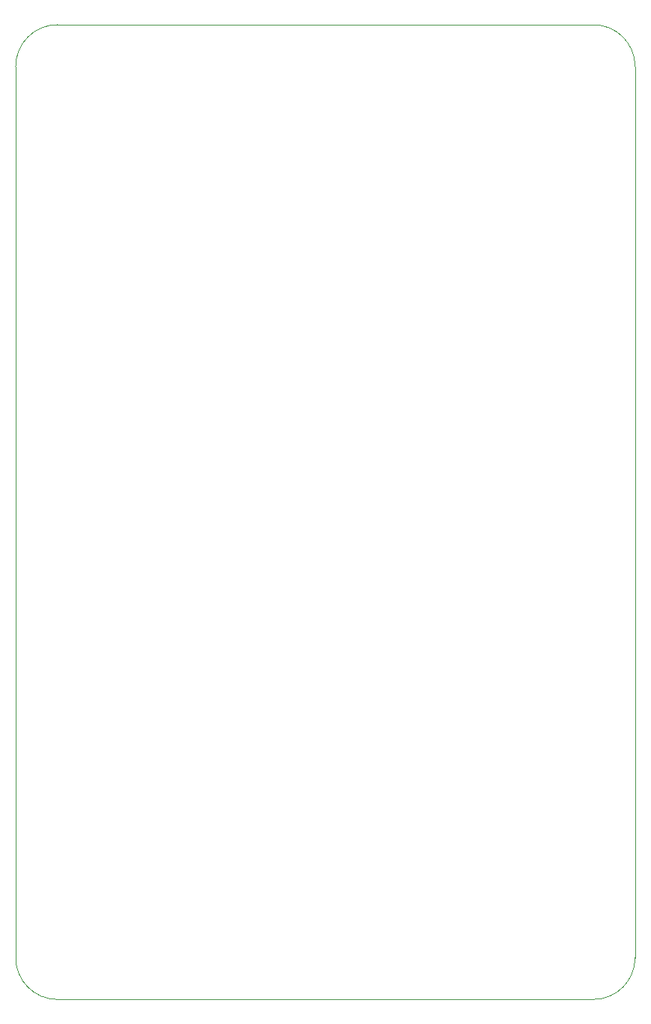
<source format=gbr>
%TF.GenerationSoftware,KiCad,Pcbnew,9.0.4*%
%TF.CreationDate,2025-09-20T14:11:16+05:30*%
%TF.ProjectId,FireSide v2.0,46697265-5369-4646-9520-76322e302e6b,rev?*%
%TF.SameCoordinates,Original*%
%TF.FileFunction,Profile,NP*%
%FSLAX46Y46*%
G04 Gerber Fmt 4.6, Leading zero omitted, Abs format (unit mm)*
G04 Created by KiCad (PCBNEW 9.0.4) date 2025-09-20 14:11:16*
%MOMM*%
%LPD*%
G01*
G04 APERTURE LIST*
%TA.AperFunction,Profile*%
%ADD10C,0.050000*%
%TD*%
G04 APERTURE END LIST*
D10*
X79450000Y-141000000D02*
G75*
G02*
X74750000Y-136300000I0J4700000D01*
G01*
X74750000Y-136300000D02*
X74750000Y-35700000D01*
X74750000Y-35700000D02*
G75*
G02*
X79450000Y-31000000I4700000J0D01*
G01*
X140050000Y-141000000D02*
X79450000Y-141000000D01*
X79450000Y-31000000D02*
X140050000Y-31000000D01*
X140050000Y-31000000D02*
G75*
G02*
X144750000Y-35700000I0J-4700000D01*
G01*
X144750000Y-35700000D02*
X144750000Y-136300000D01*
X144750000Y-136300000D02*
G75*
G02*
X140050000Y-141000000I-4700000J0D01*
G01*
M02*

</source>
